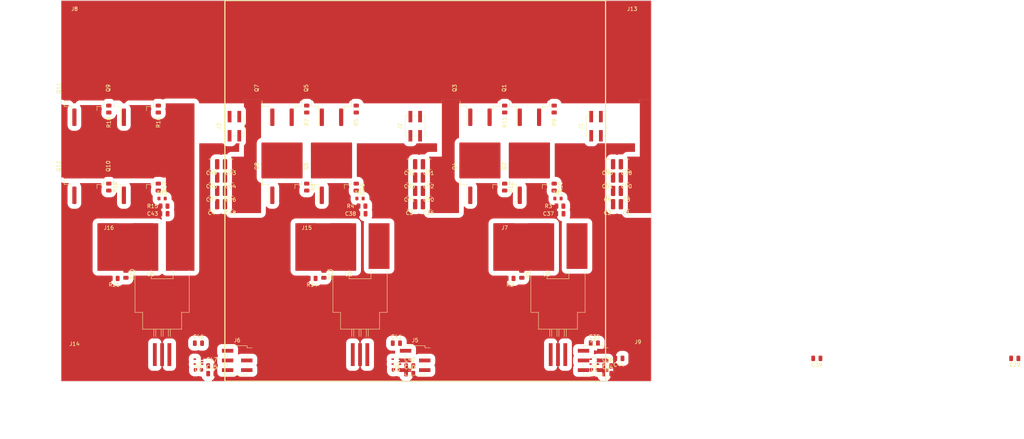
<source format=kicad_pcb>
(kicad_pcb (version 20221018) (generator pcbnew)
  (layers (0 "F.Cu" signal) (31 "B.Cu" signal) (34 "B.Paste" user) (35 "F.Paste" user) (36 "B.SilkS" user "B.Silkscreen") (37 "F.SilkS" user "F.Silkscreen") (38 "B.Mask" user) (39 "F.Mask" user) (44 "Edge.Cuts" user))
  (net 0 "")
  (net 1 "Net-(C1-Pad2)")
  (net 2 "Net-(C25-Pad2)")
  (net 3 "Net-(C8-Pad2)")
  (net 4 "Net-(C26-Pad2)")
  (net 5 "Net-(C28-Pad2)")
  (net 6 "Net-(C31-Pad2)")
  (net 7 "Net-(U3-VCC)")
  (net 8 "VSENSE1")
  (net 9 "-BATT")
  (net 10 "Net-(U1-S)")
  (net 11 "MOSTEMP1")
  (net 12 "MOSTEMP2")
  (net 13 "Net-(U2-VCC)")
  (net 14 "VSENSE2")
  (net 15 "Net-(U5-S)")
  (net 16 "Net-(U6-VCC)")
  (net 17 "Net-(U7-S)")
  (net 18 "+BATT")
  (net 19 "Net-(C33-Pad2)")
  (net 20 "Net-(C4-Pad1)")
  (net 21 "Net-(C50-Pad2)")
  (net 22 "Net-(C10-Pad2)")
  (net 23 "Net-(C52-Pad2)")
  (net 24 "Net-(C54-Pad2)")
  (net 25 "A")
  (net 26 "B")
  (net 27 "C")
  (net 28 "PH2")
  (net 29 "PHASE2")
  (net 30 "PL2")
  (net 31 "PH3")
  (net 32 "PHASE3")
  (net 33 "PL3")
  (net 34 "Net-(Q3-G)")
  (net 35 "PH1")
  (net 36 "PHASE1")
  (net 37 "PL1")
  (net 38 "Net-(Q1-G)")
  (net 39 "Net-(Q2-G)")
  (net 40 "Net-(Q4-G)")
  (net 41 "Net-(Q5-G)")
  (net 42 "Net-(Q7-G)")
  (net 43 "Net-(Q8-G)")
  (net 44 "Net-(Q9-G)")
  (net 45 "Net-(Q10-G)")
  (net 46 "Net-(Q6-G)")
  (net 47 "Net-(Q11-G)")
  (net 48 "Net-(Q12-G)")
  (net 49 "VSENSE3")
  (net 50 "SENS_FILTER_ENABLE1")
  (net 51 "MOSTEMP3")
  (net 52 "+3.3V")
  (net 53 "CURR3")
  (net 54 "CURR2")
  (net 55 "CURR1")
  (net 56 "SENS_FILTER_ENABLE2")
  (net 57 "SENS_FILTER_ENABLE3")
  (footprint "Capacitor_SMD:C_1210_3225Metric" (layer "F.Cu") (at 154.5 75 180)
    (fp_text reference "C11" (at 0 -2.3 180) (layer "F.SilkS"))
    (fp_text value "10u 100V")
    (pad "1" smd roundrect (at -1.475 0 180) (size 1.15 2.7) (layers "F.Cu" "F.Paste" "F.Mask") (roundrect_rratio 0.2173913043) (net 22 "Net-(C10-Pad2)"))
    (pad "2" smd roundrect (at 1.475 0 180) (size 1.15 2.7) (layers "F.Cu" "F.Paste" "F.Mask") (roundrect_rratio 0.2173913043) (net 9 "-BATT"))
  )
  (footprint "Package_TO_SOT_SMD:SOT-353_SC-70-5" (layer "F.Cu") (at 203.05 119.85 180)
    (fp_text reference "U1" (at 0 -2) (layer "F.SilkS"))
    (fp_text value "RS2166XC5")
    (pad "1" smd rect (at -0.95 -0.65 180) (size 0.65 0.4) (layers "F.Cu" "F.Paste" "F.Mask") (net 10 "Net-(U1-S)"))
    (pad "2" smd rect (at -0.95 0 180) (size 0.65 0.4) (layers "F.Cu" "F.Paste" "F.Mask") (net 9 "-BATT"))
    (pad "3" smd rect (at -0.95 0.65 180) (size 0.65 0.4) (layers "F.Cu" "F.Paste" "F.Mask") (net 9 "-BATT"))
    (pad "4" smd rect (at 0.95 0.65 180) (size 0.65 0.4) (layers "F.Cu" "F.Paste" "F.Mask") (net 50 "SENS_FILTER_ENABLE1"))
    (pad "5" smd rect (at 0.95 -0.65 180) (size 0.65 0.4) (layers "F.Cu" "F.Paste" "F.Mask") (net 52 "+3.3V"))
  )
  (footprint "Inductor_SMD:L_0603_1608Metric" (layer "F.Cu") (at 203.05 122)
    (fp_text reference "L1" (at 0 -1.43) (layer "F.SilkS"))
    (fp_text value "BLM18HE152SN1D")
    (pad "1" smd roundrect (at -0.7875 0) (size 0.875 0.95) (layers "F.Cu" "F.Paste" "F.Mask") (net 52 "+3.3V"))
    (pad "2" smd roundrect (at 0.7875 0) (size 0.875 0.95) (layers "F.Cu" "F.Paste" "F.Mask") (net 7 "Net-(U3-VCC)"))
  )
  (footprint "Capacitor_SMD:C_0805_2012Metric" (layer "F.Cu") (at 102.55 121)
    (fp_text reference "C47" (at 0 -1.68) (layer "F.SilkS"))
    (fp_text value "100nF")
    (pad "1" smd roundrect (at -0.95 0) (size 1 1.45) (layers "F.Cu" "F.Paste" "F.Mask") (net 52 "+3.3V"))
    (pad "2" smd roundrect (at 0.95 0) (size 1 1.45) (layers "F.Cu" "F.Paste" "F.Mask") (net 9 "-BATT"))
  )
  (footprint "Inductor_SMD:L_0603_1608Metric" (layer "F.Cu") (at 99.05 122)
    (fp_text reference "L3" (at 0 -1.43) (layer "F.SilkS"))
    (fp_text value "BLM18HE152SN1D")
    (pad "1" smd roundrect (at -0.7875 0) (size 0.875 0.95) (layers "F.Cu" "F.Paste" "F.Mask") (net 52 "+3.3V"))
    (pad "2" smd roundrect (at 0.7875 0) (size 0.875 0.95) (layers "F.Cu" "F.Paste" "F.Mask") (net 16 "Net-(U6-VCC)"))
  )
  (footprint "Resistor_SMD:R_0805_2012Metric" (layer "F.Cu") (at 192.5 53.5 -90)
    (fp_text reference "R9" (at 3.5 0 90) (layer "F.SilkS"))
    (fp_text value "2r2")
    (pad "1" smd roundrect (at -0.9125 0 270) (size 1.025 1.4) (layers "F.Cu" "F.Paste" "F.Mask") (roundrect_rratio 0.243902439) (net 35 "PH1"))
    (pad "2" smd roundrect (at 0.9125 0 270) (size 1.025 1.4) (layers "F.Cu" "F.Paste" "F.Mask") (roundrect_rratio 0.243902439) (net 38 "Net-(Q1-G)"))
  )
  (footprint "Capacitor_SMD:C_0805_2012Metric" (layer "F.Cu") (at 90 81 180)
    (fp_text reference "C43" (at 3 0) (layer "F.SilkS"))
    (fp_text value "1u")
    (pad "1" smd roundrect (at -0.95 0 180) (size 1 1.45) (layers "F.Cu" "F.Paste" "F.Mask") (net 51 "MOSTEMP3"))
    (pad "2" smd roundrect (at 0.95 0 180) (size 1 1.45) (layers "F.Cu" "F.Paste" "F.Mask") (net 9 "-BATT"))
  )
  (footprint "Capacitor_SMD:C_0805_2012Metric" (layer "F.Cu") (at 206.55 121)
    (fp_text reference "C36" (at 0 -1.68) (layer "F.SilkS"))
    (fp_text value "100nF")
    (pad "1" smd roundrect (at -0.95 0) (size 1 1.45) (layers "F.Cu" "F.Paste" "F.Mask") (net 52 "+3.3V"))
    (pad "2" smd roundrect (at 0.95 0) (size 1 1.45) (layers "F.Cu" "F.Paste" "F.Mask") (net 9 "-BATT"))
  )
  (footprint "GigaVescLibs:Allegro_CB_SMD" (layer "F.Cu") (at 141.5 103)
    (fp_text reference "U2" (at -3 -6.13125) (layer "F.SilkS"))
    (fp_text value "ACS773ECB-200B-PFF-T")
    (pad "1" smd rect (at -1.91 15.00625) (size 1 6) (layers "F.Cu" "F.Paste" "F.Mask") (net 13 "Net-(U2-VCC)"))
    (pad "2" smd rect (at 0 15.00625) (size 1 6) (layers "F.Cu" "F.Paste" "F.Mask") (net 9 "-BATT"))
    (pad "3" smd rect (at 1.91 15.00625) (size 1 6) (layers "F.Cu" "F.Paste" "F.Mask") (net 54 "CURR2"))
    (pad "4" smd rect (at 5 -13.50625) (size 5.5 12) (layers "F.Cu" "F.Paste" "F.Mask") (net 29 "PHASE2"))
    (pad "5" smd rect (at -5 -13.50625) (size 5.5 12) (layers "F.Cu" "F.Paste" "F.Mask") (net 26 "B"))
  )
  (footprint "GigaVescLibs:Allegro_CB_SMD" (layer "F.Cu") (at 193.5 103)
    (fp_text reference "U3" (at -3 -6.13125) (layer "F.SilkS"))
    (fp_text value "ACS773ECB-200B-PFF-T")
    (pad "1" smd rect (at -1.91 15.00625) (size 1 6) (layers "F.Cu" "F.Paste" "F.Mask") (net 7 "Net-(U3-VCC)"))
    (pad "2" smd rect (at 0 15.00625) (size 1 6) (layers "F.Cu" "F.Paste" "F.Mask") (net 9 "-BATT"))
    (pad "3" smd rect (at 1.91 15.00625) (size 1 6) (layers "F.Cu" "F.Paste" "F.Mask") (net 55 "CURR1"))
    (pad "4" smd rect (at 5 -13.50625) (size 5.5 12) (layers "F.Cu" "F.Paste" "F.Mask") (net 36 "PHASE1"))
    (pad "5" smd rect (at -5 -13.50625) (size 5.5 12) (layers "F.Cu" "F.Paste" "F.Mask") (net 25 "A"))
  )
  (footprint "Capacitor_SMD:C_0805_2012Metric" (layer "F.Cu") (at 154.55 121)
    (fp_text reference "C42" (at 0 -1.68) (layer "F.SilkS"))
    (fp_text value "100nF")
    (pad "1" smd roundrect (at -0.95 0) (size 1 1.45) (layers "F.Cu" "F.Paste" "F.Mask") (net 52 "+3.3V"))
    (pad "2" smd roundrect (at 0.95 0) (size 1 1.45) (layers "F.Cu" "F.Paste" "F.Mask") (net 9 "-BATT"))
  )
  (footprint "Capacitor_SMD:C_0805_2012Metric" (layer "F.Cu") (at 209.5 119 180)
    (fp_text reference "C44" (at 0 -1.68) (layer "F.SilkS"))
    (fp_text value "100nF")
    (pad "1" smd roundrect (at -0.95 0 180) (size 1 1.45) (layers "F.Cu" "F.Paste" "F.Mask") (net 52 "+3.3V"))
    (pad "2" smd roundrect (at 0.95 0 180) (size 1 1.45) (layers "F.Cu" "F.Paste" "F.Mask") (net 9 "-BATT"))
  )
  (footprint "GigaVescLibs:TO-263-3_TabPin2_NoLeg" (layer "F.Cu") (at 173 48 90)
    (fp_text reference "Q3" (at 0 -6.65 90) (layer "F.SilkS"))
    (fp_text value "IPB072N15N3G")
    (pad "1" smd roundrect (at -7.65 -2.54 90) (size 4.6 1.1) (layers "F.Cu" "F.Paste" "F.Mask") (roundrect_rratio 0.2272727273) (net 34 "Net-(Q3-G)"))
    (pad "2" smd roundrect (at -0.925 -2.775 90) (size 4.55 5.25) (layers "F.Cu" "F.Paste") (roundrect_rratio 0.05494505495) (net 18 "+BATT"))
    (pad "2" smd roundrect (at -0.925 2.775 90) (size 4.55 5.25) (layers "F.Cu" "F.Paste") (roundrect_rratio 0.05494505495) (net 18 "+BATT"))
    (pad "2" smd roundrect (at 1.5 0 90) (size 9.4 10.8) (layers "F.Cu" "F.Mask") (roundrect_rratio 0.02659595745) (net 18 "+BATT"))
    (pad "2" smd roundrect (at 3.925 -2.775 90) (size 4.55 5.25) (layers "F.Cu" "F.Paste") (roundrect_rratio 0.05494505495) (net 18 "+BATT"))
    (pad "2" smd roundrect (at 3.925 2.775 90) (size 4.55 5.25) (layers "F.Cu" "F.Paste") (roundrect_rratio 0.05494505495) (net 18 "+BATT"))
    (pad "3" smd roundrect (at -7.65 2.54 90) (size 4.6 1.1) (layers "F.Cu" "F.Paste" "F.Mask") (roundrect_rratio 0.2272727273) (net 36 "PHASE1"))
  )
  (footprint "Capacitor_SMD:C_1210_3225Metric" (layer "F.Cu") (at 211.5 71.5 180)
    (fp_text reference "C50" (at 0 -2.3 180) (layer "F.SilkS"))
    (fp_text value "10u 100V")
    (pad "1" smd roundrect (at -1.475 0 180) (size 1.15 2.7) (layers "F.Cu" "F.Paste" "F.Mask") (roundrect_rratio 0.2173913043) (net 18 "+BATT"))
    (pad "2" smd roundrect (at 1.475 0 180) (size 1.15 2.7) (layers "F.Cu" "F.Paste" "F.Mask") (roundrect_rratio 0.2173913043) (net 21 "Net-(C50-Pad2)"))
  )
  (footprint "Resistor_SMD:R_0805_2012Metric" (layer "F.Cu") (at 75.5 53.5 -90)
    (fp_text reference "R18" (at 3.5 0 90) (layer "F.SilkS"))
    (fp_text value "2r2")
    (pad "1" smd roundrect (at -0.9125 0 270) (size 1.025 1.4) (layers "F.Cu" "F.Paste" "F.Mask") (roundrect_rratio 0.243902439) (net 31 "PH3"))
    (pad "2" smd roundrect (at 0.9125 0 270) (size 1.025 1.4) (layers "F.Cu" "F.Paste" "F.Mask") (roundrect_rratio 0.243902439) (net 47 "Net-(Q11-G)"))
  )
  (footprint "Capacitor_SMD:C_1210_3225Metric" (layer "F.Cu") (at 159.5 75 180)
    (fp_text reference "C10" (at 0 -2.3 180) (layer "F.SilkS"))
    (fp_text value "10u 100V")
    (pad "1" smd roundrect (at -1.475 0 180) (size 1.15 2.7) (layers "F.Cu" "F.Paste" "F.Mask") (roundrect_rratio 0.2173913043) (net 18 "+BATT"))
    (pad "2" smd roundrect (at 1.475 0 180) (size 1.15 2.7) (layers "F.Cu" "F.Paste" "F.Mask") (roundrect_rratio 0.2173913043) (net 22 "Net-(C10-Pad2)"))
  )
  (footprint "Resistor_SMD:R_0805_2012Metric" (layer "F.Cu") (at 140.5 74 -90)
    (fp_text reference "R6" (at 0 -1.65 90) (layer "F.SilkS"))
    (fp_text value "2r2")
    (pad "1" smd roundrect (at -0.9125 0 270) (size 1.025 1.4) (layers "F.Cu" "F.Paste" "F.Mask") (roundrect_rratio 0.243902439) (net 30 "PL2"))
    (pad "2" smd roundrect (at 0.9125 0 270) (size 1.025 1.4) (layers "F.Cu" "F.Paste" "F.Mask") (roundrect_rratio 0.243902439) (net 46 "Net-(Q6-G)"))
  )
  (footprint "Capacitor_SMD:C_1210_3225Metric" (layer "F.Cu") (at 211.5 68 180)
    (fp_text reference "C28" (at 0 -2.3 180) (layer "F.SilkS"))
    (fp_text value "10u 100V")
    (pad "1" smd roundrect (at -1.475 0 180) (size 1.15 2.7) (layers "F.Cu" "F.Paste" "F.Mask") (roundrect_rratio 0.2173913043) (net 18 "+BATT"))
    (pad "2" smd roundrect (at 1.475 0 180) (size 1.15 2.7) (layers "F.Cu" "F.Paste" "F.Mask") (roundrect_rratio 0.2173913043) (net 5 "Net-(C28-Pad2)"))
  )
  (footprint "Capacitor_SMD:C_0805_2012Metric" (layer "F.Cu") (at 313.5 119 180)
    (fp_text reference "C29" (at 0 -1.68) (layer "F.SilkS"))
    (fp_text value "100nF")
    (pad "1" smd roundrect (at -0.95 0 180) (size 1 1.45) (layers "F.Cu" "F.Paste" "F.Mask") (net 52 "+3.3V"))
    (pad "2" smd roundrect (at 0.95 0 180) (size 1 1.45) (layers "F.Cu" "F.Paste" "F.Mask") (net 9 "-BATT"))
  )
  (footprint "Resistor_SMD:R_0805_2012Metric" (layer "F.Cu") (at 132 96.9125 -90)
    (fp_text reference "R13" (at 0 -1.65 90) (layer "F.SilkS"))
    (fp_text value "150k")
    (pad "1" smd roundrect (at -0.9125 0 270) (size 1.025 1.4) (layers "F.Cu" "F.Paste" "F.Mask") (roundrect_rratio 0.243902439) (net 26 "B"))
    (pad "2" smd roundrect (at 0.9125 0 270) (size 1.025 1.4) (layers "F.Cu" "F.Paste" "F.Mask") (roundrect_rratio 0.243902439) (net 14 "VSENSE2"))
  )
  (footprint "GigaVescLibs:Allegro_CB_SMD" (layer "F.Cu") (at 89.5 103)
    (fp_text reference "U6" (at -3 -6.13125) (layer "F.SilkS"))
    (fp_text value "ACS773ECB-200B-PFF-T")
    (pad "1" smd rect (at -1.91 15.00625) (size 1 6) (layers "F.Cu" "F.Paste" "F.Mask") (net 16 "Net-(U6-VCC)"))
    (pad "2" smd rect (at 0 15.00625) (size 1 6) (layers "F.Cu" "F.Paste" "F.Mask") (net 9 "-BATT"))
    (pad "3" smd rect (at 1.91 15.00625) (size 1 6) (layers "F.Cu" "F.Paste" "F.Mask") (net 53 "CURR3"))
    (pad "4" smd rect (at 5 -13.50625) (size 5.5 12) (layers "F.Cu" "F.Paste" "F.Mask") (net 32 "PHASE3"))
    (pad "5" smd rect (at -5 -13.50625) (size 5.5 12) (layers "F.Cu" "F.Paste" "F.Mask") (net 27 "C"))
  )
  (footprint "Connector_PinSocket_2.54mm:PinSocket_2x03_P2.54mm_Vertical_SMD" (layer "F.Cu") (at 155.98 119.54)
    (fp_text reference "J5" (at 0 -5.31) (layer "F.SilkS"))
    (fp_text value "PhaseConn2")
    (pad "1" smd rect locked (at 2.52 -2.54) (size 3 1) (layers "F.Cu" "F.Paste" "F.Mask") (net 9 "-BATT"))
    (pad "2" smd rect locked (at -2.52 -2.54) (size 3 1) (layers "F.Cu" "F.Paste" "F.Mask") (net 14 "VSENSE2"))
    (pad "3" smd rect locked (at 2.52 0) (size 3 1) (layers "F.Cu" "F.Paste" "F.Mask") (net 56 "SENS_FILTER_ENABLE2"))
    (pad "4" smd rect locked (at -2.52 0) (size 3 1) (layers "F.Cu" "F.Paste" "F.Mask") (net 12 "MOSTEMP2"))
    (pad "5" smd rect locked (at 2.52 2.54) (size 3 1) (layers "F.Cu" "F.Paste" "F.Mask") (net 52 "+3.3V"))
    (pad "6" smd rect locked (at -2.52 2.54) (size 3 1) (layers "F.Cu" "F.Paste" "F.Mask") (net 54 "CURR2"))
  )
  (footprint "Resistor_SMD:R_0805_2012Metric" (layer "F.Cu") (at 192.5 74 -90)
    (fp_text reference "R10" (at 0 -1.65 90) (layer "F.SilkS"))
    (fp_text value "2r2")
    (pad "1" smd roundrect (at -0.9125 0 270) (size 1.025 1.4) (layers "F.Cu" "F.Paste" "F.Mask") (roundrect_rratio 0.243902439) (net 37 "PL1"))
    (pad "2" smd roundrect (at 0.9125 0 270) (size 1.025 1.4) (layers "F.Cu" "F.Paste" "F.Mask") (roundrect_rratio 0.243902439) (net 39 "Net-(Q2-G)"))
  )
  (footprint "Resistor_SMD:R_0805_2012Metric" (layer "F.Cu") (at 127.5 74 -90)
    (fp_text reference "R8" (at 0 -1.65 90) (layer "F.SilkS"))
    (fp_text value "2r2")
    (pad "1" smd roundrect (at -0.9125 0 270) (size 1.025 1.4) (layers "F.Cu" "F.Paste" "F.Mask") (roundrect_rratio 0.243902439) (net 30 "PL2"))
    (pad "2" smd roundrect (at 0.9125 0 270) (size 1.025 1.4) (layers "F.Cu" "F.Paste" "F.Mask") (roundrect_rratio 0.243902439) (net 43 "Net-(Q8-G)"))
  )
  (footprint "GigaVescLibs:TO-263-3_TabPin2_NoLeg" (layer "F.Cu") (at 69 48 90)
    (fp_text reference "Q11" (at 0 -6.65 90) (layer "F.SilkS"))
    (fp_text value "IPB072N15N3G")
    (pad "1" smd roundrect (at -7.65 -2.54 90) (size 4.6 1.1) (layers "F.Cu" "F.Paste" "F.Mask") (roundrect_rratio 0.2272727273) (net 47 "Net-(Q11-G)"))
    (pad "2" smd roundrect (at -0.925 -2.775 90) (size 4.55 5.25) (layers "F.Cu" "F.Paste") (roundrect_rratio 0.05494505495) (net 18 "+BATT"))
    (pad "2" smd roundrect (at -0.925 2.775 90) (size 4.55 5.25) (layers "F.Cu" "F.Paste") (roundrect_rratio 0.05494505495) (net 18 "+BATT"))
    (pad "2" smd roundrect (at 1.5 0 90) (size 9.4 10.8) (layers "F.Cu" "F.Mask") (roundrect_rratio 0.02659595745) (net 18 "+BATT"))
    (pad "2" smd roundrect (at 3.925 -2.775 90) (size 4.55 5.25) (layers "F.Cu" "F.Paste") (roundrect_rratio 0.05494505495) (net 18 "+BATT"))
    (pad "2" smd roundrect (at 3.925 2.775 90) (size 4.55 5.25) (layers "F.Cu" "F.Paste") (roundrect_rratio 0.05494505495) (net 18 "+BATT"))
    (pad "3" smd roundrect (at -7.65 2.54 90) (size 4.6 1.1) (layers "F.Cu" "F.Paste" "F.Mask") (roundrect_rratio 0.2272727273) (net 32 "PHASE3"))
  )
  (footprint "GigaVescLibs:TO-263-3_TabPin2_NoLeg" (layer "F.Cu") (at 121 48 90)
    (fp_text reference "Q7" (at 0 -6.65 90) (layer "F.SilkS"))
    (fp_text value "IPB072N15N3G")
    (pad "1" smd roundrect (at -7.65 -2.54 90) (size 4.6 1.1) (layers "F.Cu" "F.Paste" "F.Mask") (roundrect_rratio 0.2272727273) (net 42 "Net-(Q7-G)"))
    (pad "2" smd roundrect (at -0.925 -2.775 90) (size 4.55 5.25) (layers "F.Cu" "F.Paste") (roundrect_rratio 0.05494505495) (net 18 "+BATT"))
    (pad "2" smd roundrect (at -0.925 2.775 90) (size 4.55 5.25) (layers "F.Cu" "F.Paste") (roundrect_rratio 0.05494505495) (net 18 "+BATT"))
    (pad "2" smd roundrect (at 1.5 0 90) (size 9.4 10.8) (layers "F.Cu" "F.Mask") (roundrect_rratio 0.02659595745) (net 18 "+BATT"))
    (pad "2" smd roundrect (at 3.925 -2.775 90) (size 4.55 5.25) (layers "F.Cu" "F.Paste") (roundrect_rratio 0.05494505495) (net 18 "+BATT"))
    (pad "2" smd roundrect (at 3.925 2.775 90) (size 4.55 5.25) (layers "F.Cu" "F.Paste") (roundrect_rratio 0.05494505495) (net 18 "+BATT"))
    (pad "3" smd roundrect (at -7.65 2.54 90) (size 4.6 1.1) (layers "F.Cu" "F.Paste" "F.Mask") (roundrect_rratio 0.2272727273) (net 29 "PHASE2"))
  )
  (footprint "Capacitor_SMD:C_0805_2012Metric" (layer "F.Cu") (at 102.55 123)
    (fp_text reference "C45" (at 0 -1.68) (layer "F.SilkS"))
    (fp_text value "2.2u")
    (pad "1" smd roundrect (at -0.95 0) (size 1 1.45) (layers "F.Cu" "F.Paste" "F.Mask") (net 16 "Net-(U6-VCC)"))
    (pad "2" smd roundrect (at 0.95 0) (size 1 1.45) (layers "F.Cu" "F.Paste" "F.Mask") (net 9 "-BATT"))
  )
  (footprint "Resistor_SMD:R_0805_2012Metric" (layer "F.Cu") (at 179.5 53.5 -90)
    (fp_text reference "R11" (at 3.5 0 90) (layer "F.SilkS"))
    (fp_text value "2r2")
    (pad "1" smd roundrect (at -0.9125 0 270) (size 1.025 1.4) (layers "F.Cu" "F.Paste" "F.Mask") (roundrect_rratio 0.243902439) (net 35 "PH1"))
    (pad "2" smd roundrect (at 0.9125 0 270) (size 1.025 1.4) (layers "F.Cu" "F.Paste" "F.Mask") (roundrect_rratio 0.243902439) (net 34 "Net-(Q3-G)"))
  )
  (footprint "Capacitor_SMD:C_1210_3225Metric" (layer "F.Cu") (at 206.5 78.5 180)
    (fp_text reference "C2" (at 0 -2.3 180) (layer "F.SilkS"))
    (fp_text value "10u 100V")
    (pad "1" smd roundrect (at -1.475 0 180) (size 1.15 2.7) (layers "F.Cu" "F.Paste" "F.Mask") (roundrect_rratio 0.2173913043) (net 1 "Net-(C1-Pad2)"))
    (pad "2" smd roundrect (at 1.475 0 180) (size 1.15 2.7) (layers "F.Cu" "F.Paste" "F.Mask") (roundrect_rratio 0.2173913043) (net 9 "-BATT"))
  )
  (footprint "Resistor_SMD:R_0603_1608Metric" (layer "F.Cu") (at 193.5 77)
    (fp_text reference "TH1" (at 0 -1.43) (layer "F.SilkS"))
    (fp_text value "NCP18XH103F03RB")
    (pad "1" smd roundrect (at -0.825 0) (size 0.8 0.95) (layers "F.Cu" "F.Paste" "F.Mask") (net 52 "+3.3V"))
    (pad "2" smd roundrect (at 0.825 0) (size 0.8 0.95) (layers "F.Cu" "F.Paste" "F.Mask") (net 11 "MOSTEMP1"))
  )
  (footprint "Connector_Wire:SolderWirePad_1x01_SMD_5x10mm" (layer "F.Cu") (at 213 31)
    (fp_text reference "J13" (at 0 -3.81) (layer "F.SilkS"))
    (fp_text value "BATT+Conn2")
    (pad "1" smd rect (at 0 0) (size 5 10) (layers "F.Cu" "F.Paste" "F.Mask") (net 18 "+BATT"))
  )
  (footprint "Connector_Wire:SolderWirePad_1x01_SMD_5x10mm" (layer "F.Cu") (at 214.5 118.5)
    (fp_text reference "J9" (at 0 -3.81) (layer "F.SilkS"))
    (fp_text value "BATT-Conn1")
    (pad "1" smd rect (at 0 0) (size 5 10) (layers "F.Cu" "F.Paste" "F.Mask") (net 9 "-BATT"))
  )
  (footprint "Capacitor_SMD:C_1210_3225Metric" (layer "F.Cu") (at 102.5 75 180)
    (fp_text reference "C27" (at 0 -2.3 180) (layer "F.SilkS"))
    (fp_text value "10u 100V")
    (pad "1" smd roundrect (at -1.475 0 180) (size 1.15 2.7) (layers "F.Cu" "F.Paste" "F.Mask") (roundrect_rratio 0.2173913043) (net 4 "Net-(C26-Pad2)"))
    (pad "2" smd roundrect (at 1.475 0 180) (size 1.15 2.7) (layers "F.Cu" "F.Paste" "F.Mask") (roundrect_rratio 0.2173913043) (net 9 "-BATT"))
  )
  (footprint "Capacitor_SMD:C_0805_2012Metric" (layer "F.Cu") (at 261.5 119 180)
    (fp_text reference "C39" (at 0 -1.68) (layer "F.SilkS"))
    (fp_text value "100nF")
    (pad "1" smd roundrect (at -0.95 0 180) (size 1 1.45) (layers "F.Cu" "F.Paste" "F.Mask") (net 52 "+3.3V"))
    (pad "2" smd roundrect (at 0.95 0 180) (size 1 1.45) (layers "F.Cu" "F.Paste" "F.Mask") (net 9 "-BATT"))
  )
  (footprint "Connector_PinSocket_2.54mm:PinSocket_2x02_P2.54mm_Vertical_SMD" (layer "F.Cu") (at 156 58 90)
    (fp_text reference "J2" (at 0 -4.04 90) (layer "F.SilkS"))
    (fp_text value "DRIVER2")
    (pad "1" smd rect locked (at 2.52 -1.27 90) (size 3 1) (layers "F.Cu" "F.Paste" "F.Mask") (net 28 "PH2"))
    (pad "2" smd rect locked (at -2.52 -1.27 90) (size 3 1) (layers "F.Cu" "F.Paste" "F.Mask") (net 30 "PL2"))
    (pad "3" smd rect locked (at 2.52 1.27 90) (size 3 1) (layers "F.Cu" "F.Paste" "F.Mask") (net 29 "PHASE2"))
    (pad "4" smd rect locked (at -2.52 1.27 90) (size 3 1) (layers "F.Cu" "F.Paste" "F.Mask") (net 9 "-BATT"))
  )
  (footprint "Connector_PinSocket_2.54mm:PinSocket_2x03_P2.54mm_Vertical_SMD" (layer "F.Cu") (at 109.23 119.54)
    (fp_text reference "J6" (at 0 -5.31) (layer "F.SilkS"))
    (fp_text value "PhaseConn3")
    (pad "1" smd rect locked (at 2.52 -2.54) (size 3 1) (layers "F.Cu" "F.Paste" "F.Mask") (net 9 "-BATT"))
    (pad "2" smd rect locked (at -2.52 -2.54) (size 3 1) (layers "F.Cu" "F.Paste" "F.Mask") (net 49 "VSENSE3"))
    (pad "3" smd rect locked (at 2.52 0) (size 3 1) (layers "F.Cu" "F.Paste" "F.Mask") (net 57 "SENS_FILTER_ENABLE3"))
    (pad "4" smd rect locked (at -2.52 0) (size 3 1) (layers "F.Cu" "F.Paste" "F.Mask") (net 51 "MOSTEMP3"))
    (pad "5" smd rect locked (at 2.52 2.54) (size 3 1) (layers "F.Cu" "F.Paste" "F.Mask") (net 52 "+3.3V"))
    (pad "6" smd rect locked (at -2.52 2.54) (size 3 1) (layers "F.Cu" "F.Paste" "F.Mask") (net 53 "CURR3"))
  )
  (footprint "Capacitor_SMD:C_1210_3225Metric" (layer "F.Cu") (at 154.5 68 180)
    (fp_text reference "C32" (at 0 -2.3 180) (layer "F.SilkS"))
    (fp_text value "10u 100V")
    (pad "1" smd roundrect (at -1.475 0 180) (size 1.15 2.7) (layers "F.Cu" "F.Paste" "F.Mask") (roundrect_rratio 0.2173913043) (net 6 "Net-(C31-Pad2)"))
    (pad "2" smd roundrect (at 1.475 0 180) (size 1.15 2.7) (layers "F.Cu" "F.Paste" "F.Mask") (roundrect_rratio 0.2173913043) (net 9 "-BATT"))
  )
  (footprint "Package_TO_SOT_SMD:SOT-353_SC-70-5" (layer "F.Cu") (at 151.05 119.85 180)
    (fp_text reference "U5" (at 0 -2) (layer "F.SilkS"))
    (fp_text value "RS2166XC5")
    (pad "1" smd rect (at -0.95 -0.65 180) (size 0.65 0.4) (layers "F.Cu" "F.Paste" "F.Mask") (net 15 "Net-(U5-S)"))
    (pad "2" smd rect (at -0.95 0 180) (size 0.65 0.4) (layers "F.Cu" "F.Paste" "F.Mask") (net 9 "-BATT"))
    (pad "3" smd rect (at -0.95 0.65 180) (size 0.65 0.4) (layers "F.Cu" "F.Paste" "F.Mask") (net 9 "-BATT"))
    (pad "4" smd rect (at 0.95 0.65 180) (size 0.65 0.4) (layers "F.Cu" "F.Paste" "F.Mask") (net 56 "SENS_FILTER_ENABLE2"))
    (pad "5" smd rect (at 0.95 -0.65 180) (size 0.65 0.4) (layers "F.Cu" "F.Paste" "F.Mask") (net 52 "+3.3V"))
  )
  (footprint "Resistor_SMD:R_0805_2012Metric" (layer "F.Cu") (at 80 96.9125 -90)
    (fp_text reference "R20" (at 0 -1.65 90) (layer "F.SilkS"))
    (fp_text value "150k")
    (pad "1" smd roundrect (at -0.9125 0 270) (size 1.025 1.4) (layers "F.Cu" "F.Paste" "F.Mask") (roundrect_rratio 0.243902439) (net 27 "C"))
    (pad "2" smd roundrect (at 0.9125 0 270) (size 1.025 1.4) (layers "F.Cu" "F.Paste" "F.Mask") (roundrect_rratio 0.243902439) (net 49 "VSENSE3"))
  )
  (footprint "GigaVescLibs:TO-263-3_TabPin2_NoLeg" (layer "F.Cu") (at 134 68.5 90)
    (fp_text reference "Q6" (at 0 -6.65 90) (layer "F.SilkS"))
    (fp_text value "IPB072N15N3G")
    (pad "1" smd roundrect (at -7.65 -2.54 90) (size 4.6 1.1) (layers "F.Cu" "F.Paste" "F.Mask") (roundrect_rratio 0.2272727273) (net 46 "Net-(Q6-G)"))
    (pad "2" smd roundrect (at -0.925 -2.775 90) (size 4.55 5.25) (layers "F.Cu" "F.Paste") (roundrect_rratio 0.05494505495) (net 29 "PHASE2"))
    (pad "2" smd roundrect (at -0.925 2.775 90) (size 4.55 5.25) (layers "F.Cu" "F.Paste") (roundrect_rratio 0.05494505495) (net 29 "PHASE2"))
    (pad "2" smd roundrect (at 1.5 0 90) (size 9.4 10.8) (layers "F.Cu" "F.Mask") (roundrect_rratio 0.02659595745) (net 29 "PHASE2"))
    (pad "2" smd roundrect (at 3.925 -2.775 90) (size 4.55 5.25) (layers "F.Cu" "F.Paste") (roundrect_rratio 0.05494505495) (net 29 "PHASE2"))
    (pad "2" smd roundrect (at 3.925 2.775 90) (size 4.55 5.25) (layers "F.Cu" "F.Paste") (roundrect_rratio 0.05494505495) (net 29 "PHASE2"))
    (pad "3" smd roundrect (at -7.65 2.54 90) (size 4.6 1.1) (layers "F.Cu" "F.Paste" "F.Mask") (roundrect_rratio 0.2272727273) (net 9 "-BATT"))
  )
  (footprint "GigaVescLibs:TO-263-3_TabPin2_NoLeg" (layer "F.Cu") (at 173 68.5 90)
    (fp_text reference "Q4" (at 0 -6.65 90) (layer "F.SilkS"))
    (fp_text value "IPB072N15N3G")
    (pad "1" smd roundrect (at -7.65 -2.54 90) (size 4.6 1.1) (layers "F.Cu" "F.Paste" "F.Mask") (roundrect_rratio 0.2272727273) (net 40 "Net-(Q4-G)"))
    (pad "2" smd roundrect (at -0.925 -2.775 90) (size 4.55 5.25) (layers "F.Cu" "F.Paste") (roundrect_rratio 0.05494505495) (net 36 "PHASE1"))
    (pad "2" smd roundrect (at -0.925 2.775 90) (size 4.55 5.25) (layers "F.Cu" "F.Paste") (roundrect_rratio 0.05494505495) (net 36 "PHASE1"))
    (pad "2" smd roundrect (at 1.5 0 90) (size 9.4 10.8) (layers "F.Cu" "F.Mask") (roundrect_rratio 0.02659595745) (net 36 "PHASE1"))
    (pad "2" smd roundrect (at 3.925 -2.775 90) (size 4.55 5.25) (layers "F.Cu" "F.Paste") (roundrect_rratio 0.05494505495) (net 36 "PHASE1"))
    (pad "2" smd roundrect (at 3.925 2.775 90) (size 4.55 5.25) (layers "F.Cu" "F.Paste") (roundrect_rratio 0.05494505495) (net 36 "PHASE1"))
    (pad "3" smd roundrect (at -7.65 2.54 90) (size 4.6 1.1) (layers "F.Cu" "F.Paste" "F.Mask") (roundrect_rratio 0.2272727273) (net 9 "-BATT"))
  )
  (footprint "Capacitor_SMD:C_0805_2012Metric" (layer "F.Cu") (at 99.05 115)
    (fp_text reference "C46" (at 0 -1.68) (layer "F.SilkS"))
    (fp_text value "100nF")
    (pad "1" smd roundrect (at -0.95 0) (size 1 1.45) (layers "F.Cu" "F.Paste" "F.Mask") (net 49 "VSENSE3"))
    (pad "2" smd roundrect (at 0.95 0) (size 1 1.45) (layers "F.Cu" "F.Paste" "F.Mask") (net 17 "Net-(U7-S)"))
  )
  (footprint "Capacitor_SMD:C_1210_3225Metric" (layer "F.Cu") (at 102.5 68 180)
    (fp_text reference "C49" (at 0 -2.3 180) (layer "F.SilkS"))
    (fp_text value "10u 100V")
    (pad "1" smd roundrect (at -1.475 0 180) (size 1.15 2.7) (layers "F.Cu" "F.Paste" "F.Mask") (roundrect_rratio 0.2173913043) (net 19 "Net-(C33-Pad2)"))
    (pad "2" smd roundrect (at 1.475 0 180) (size 1.15 2.7) (layers "F.Cu" "F.Paste" "F.Mask") (roundrect_rratio 0.2173913043) (net 9 "-BATT"))
  )
  (footprint "GigaVescLibs:TO-263-3_TabPin2_NoLeg" (layer "F.Cu") (at 121 68.5 90)
    (fp_text reference "Q8" (at 0 -6.65 90) (layer "F.SilkS"))
    (fp_text value "IPB072N15N3G")
    (pad "1" smd roundrect (at -7.65 -2.54 90) (size 4.6 1.1) (layers "F.Cu" "F.Paste" "F.Mask") (roundrect_rratio 0.2272727273) (net 43 "Net-(Q8-G)"))
    (pad "2" smd roundrect (at -0.925 -2.775 90) (size 4.55 5.25) (layers "F.Cu" "F.Paste") (roundrect_rratio 0.05494505495) (net 29 "PHASE2"))
    (pad "2" smd roundrect (at -0.925 2.775 90) (size 4.55 5.25) (layers "F.Cu" "F.Paste") (roundrect_rratio 0.05494505495) (net 29 "PHASE2"))
    (pad "2" smd roundrect (at 1.5 0 90) (size 9.4 10.8) (layers "F.Cu" "F.Mask") (roundrect_rratio 0.02659595745) (net 29 "PHASE2"))
    (pad "2" smd roundrect (at 3.925 -2.775 90) (size 4.55 5.25) (layers "F.Cu" "F.Paste") (roundrect_rratio 0.05494505495) (net 29 "PHASE2"))
    (pad "2" smd roundrect (at 3.925 2.775 90) (size 4.55 5.25) (layers "F.Cu" "F.Paste") (roundrect_rratio 0.05494505495) (net 29 "PHASE2"))
    (pad "3" smd roundrect (at -7.65 2.54 90) (size 4.6 1.1) (layers "F.Cu" "F.Paste" "F.Mask") (roundrect_rratio 0.2272727273) (net 9 "-BATT"))
  )
  (footprint "Resistor_SMD:R_0805_2012Metric" (layer "F.Cu") (at 142 79 180)
    (fp_text reference "R4" (at 3 0) (layer "F.SilkS"))
    (fp_text value "10k")
    (pad "1" smd roundrect (at -0.9125 0 180) (size 1.025 1.4) (layers "F.Cu" "F.Paste" "F.Mask") (roundrect_rratio 0.243902439) (net 12 "MOSTEMP2"))
    (pad "2" smd roundrect (at 0.9125 0 180) (size 1.025 1.4) (layers "F.Cu" "F.Paste" "F.Mask") (roundrect_rratio 0.243902439) (net 9 "-BATT"))
  )
  (footprint "GigaVescLibs:TO-263-3_TabPin2_NoLeg" (layer "F.Cu") (at 69 68.5 90)
    (fp_text reference "Q12" (at 0 -6.65 90) (layer "F.SilkS"))
    (fp_text value "IPB072N15N3G")
    (pad "1" smd roundrect (at -7.65 -2.54 90) (size 4.6 1.1) (layers "F.Cu" "F.Paste" "F.Mask") (roundrect_rratio 0.2272727273) (net 48 "Net-(Q12-G)"))
    (pad "2" smd roundrect (at -0.925 -2.775 90) (size 4.55 5.25) (layers "F.Cu" "F.Paste") (roundrect_rratio 0.05494505495) (net 32 "PHASE3"))
    (pad "2" smd roundrect (at -0.925 2.775 90) (size 4.55 5.25) (layers "F.Cu" "F.Paste") (roundrect_rratio 0.05494505495) (net 32 "PHASE3"))
    (pad "2" smd roundrect (at 1.5 0 90) (size 9.4 10.8) (layers "F.Cu" "F.Mask") (roundrect_rratio 0.02659595745) (net 32 "PHASE3"))
    (pad "2" smd roundrect (at 3.925 -2.775 90) (size 4.55 5.25) (layers "F.Cu" "F.Paste") (roundrect_rratio 0.05494505495) (net 32 "PHASE3"))
    (pad "2" smd roundrect (at 3.925 2.775 90) (size 4.55 5.25) (layers "F.Cu" "F.Paste") (roundrect_rratio 0.05494505495) (net 32 "PHASE3"))
    (pad "3" smd roundrect (at -7.65 2.54 90) (size 4.6 1.1) (layers "F.Cu" "F.Paste" "F.Mask") (roundrect_rratio 0.2272727273) (net 9 "-BATT"))
  )
  (footprint "Inductor_SMD:L_0603_1608Metric" (layer "F.Cu") (at 151.05 122)
    (fp_text reference "L2" (at 0 -1.43) (layer "F.SilkS"))
    (fp_text value "BLM18HE152SN1D")
    (pad "1" smd roundrect (at -0.7875 0) (size 0.875 0.95) (layers "F.Cu" "F.Paste" "F.Mask") (net 52 "+3.3V"))
    (pad "2" smd roundrect (at 0.7875 0) (size 0.875 0.95) (layers "F.Cu" "F.Paste" "F.Mask") (net 13 "Net-(U2-VCC)"))
  )
  (footprint "Resistor_SMD:R_0805_2012Metric" (layer "F.Cu") (at 128.9125 98 180)
    (fp_text reference "R14" (at 0 -1.65) (layer "F.SilkS"))
    (fp_text value "2.7k")
    (pad "1" smd roundrect (at -0.9125 0 180) (size 1.025 1.4) (layers "F.Cu" "F.Paste" "F.Mask") (roundrect_rratio 0.243902439) (net 14 "VSENSE2"))
    (pad "2" smd roundrect (at 0.9125 0 180) (size 1.025 1.4) (layers "F.Cu" "F.Paste" "F.Mask") (roundrect_rratio 0.243902439) (net 9 "-BATT"))
  )
  (footprint "Capacitor_SMD:C_1210_3225Metric" (layer "F.Cu") (at 159.5 71.5 180)
    (fp_text reference "C52" (at 0 -2.3 180) (layer "F.SilkS"))
    (fp_text value "10u 100V")
    (pad "1" smd roundrect (at -1.475 0 180) (size 1.15 2.7) (layers "F.Cu" "F.Paste" "F.Mask") (roundrect_rratio 0.2173913043) (net 18 "+BATT"))
    (pad "2" smd roundrect (at 1.475 0 180) (size 1.15 2.7) (layers "F.Cu" "F.Paste" "F.Mask") (roundrect_rratio 0.2173913043) (net 23 "Net-(C52-Pad2)"))
  )
  (footprint "Connector_PinSocket_2.54mm:PinSocket_2x02_P2.54mm_Vertical_SMD" (layer "F.Cu") (at 203.5 58 90)
    (fp_text reference "J1" (at 0 -4.04 90) (layer "F.SilkS"))
    (fp_text value "DRIVER1")
    (pad "1" smd rect locked (at 2.52 -1.27 90) (size 3 1) (layers "F.Cu" "F.Paste" "F.Mask") (net 35 "PH1"))
    (pad "2" smd rect locked (at -2.52 -1.27 90) (size 3 1) (layers "F.Cu" "F.Paste" "F.Mask") (net 37 "PL1"))
    (pad "3" smd rect locked (at 2.52 1.27 90) (size 3 1) (layers "F.Cu" "F.Paste" "F.Mask") (net 36 "PHASE1"))
    (pad "4" smd rect locked (at -2.52 1.27 90) (size 3 1) (layers "F.Cu" "F.Paste" "F.Mask") (net 9 "-BATT"))
  )
  (footprint "GigaVescLibs:TO-263-3_TabPin2_NoLeg" (layer "F.Cu") (at 186 68.5 90)
    (fp_text reference "Q2" (at 0 -6.65 90) (layer "F.SilkS"))
    (fp_text value "IPB072N15N3G")
    (pad "1" smd roundrect (at -7.65 -2.54 90) (size 4.6 1.1) (layers "F.Cu" "F.Paste" "F.Mask") (roundrect_rratio 0.2272727273) (net 39 "Net-(Q2-G)"))
    (pad "2" smd roundrect (at -0.925 -2.775 90) (size 4.55 5.25) (layers "F.Cu" "F.Paste") (roundrect_rratio 0.05494505495) (net 36 "PHASE1"))
    (pad "2" smd roundrect (at -0.925 2.775 90) (size 4.55 5.25) (layers "F.Cu" "F.Paste") (roundrect_rratio 0.05494505495) (net 36 "PHASE1"))
    (pad "2" smd roundrect (at 1.5 0 90) (size 9.4 10.8) (layers "F.Cu" "F.Mask") (roundrect_rratio 0.02659595745) (net 36 "PHASE1"))
    (pad "2" smd roundrect (at 3.925 -2.775 90) (size 4.55 5.25) (layers "F.Cu" "F.Paste") (roundrect_rratio 0.05494505495) (net 36 "PHASE1"))
    (pad "2" smd roundrect (at 3.925 2.775 90) (size 4.55 5.25) (layers "F.Cu" "F.Paste") (roundrect_rratio 0.05494505495) (net 36 "PHASE1"))
    (pad "3" smd roundrect (at -7.65 2.54 90) (size 4.6 1.1) (layers "F.Cu" "F.Paste" "F.Mask") (roundrect_rratio 0.2272727273) (net 9 "-BATT"))
  )
  (footprint "Capacitor_SMD:C_0805_2012Metric" (layer "F.Cu") (at 142 81 180)
    (fp_text reference "C38" (at 3 0) (layer "F.SilkS"))
    (fp_text value "1u")
    (pad "1" smd roundrect (at -0.95 0 180) (size 1 1.45) (layers "F.Cu" "F.Paste" "F.Mask") (net 12 "MOSTEMP2"))
    (pad "2" smd roundrect (at 0.95 0 180) (size 1 1.45) (layers "F.Cu" "F.Paste" "F.Mask") (net 9 "-BATT"))
  )
  (footprint "Capacitor_SMD:C_1210_3225Metric" (layer "F.Cu") (at 206.5 75 180)
    (fp_text reference "C9" (at 0 -2.3 180) (layer "F.SilkS"))
    (fp_text value "10u 100V")
    (pad "1" smd roundrect (at -1.475 0 180) (size 1.15 2.7) (layers "F.Cu" "F.Paste" "F.Mask") (roundrect_rratio 0.2173913043) (net 3 "Net-(C8-Pad2)"))
    (pad "2" smd roundrect (at 1.475 0 180) (size 1.15 2.7) (layers "F.Cu" "F.Paste" "F.Mask") (roundrect_rratio 0.2173913043) (net 9 "-BATT"))
  )
  (footprint "Resistor_SMD:R_0603_1608Metric" (layer "F.Cu") (at 141.5 77)
    (fp_text reference "TH2" (at 0 -1.43) (layer "F.SilkS"))
    (fp_text value "NCP18XH103F03RB")
    (pad "1" smd roundrect (at -0.825 0) (size 0.8 0.95) (layers "F.Cu" "F.Paste" "F.Mask") (net 52 "+3.3V"))
    (pad "2" smd roundrect (at 0.825 0) (size 0.8 0.95) (layers "F.Cu" "F.Paste" "F.Mask") (net 12 "MOSTEMP2"))
  )
  (footprint "Capacitor_SMD:C_1210_3225Metric" (layer "F.Cu") (at 107.5 78.5 180)
    (fp_text reference "C48" (at 0 -2.3 180) (layer "F.SilkS"))
    (fp_text value "10u 100V")
    (pad "1" smd roundrect (at -1.475 0 180) (size 1.15 2.7) (layers "F.Cu" "F.Paste" "F.Mask") (roundrect_rratio 0.2173913043) (net 18 "+BATT"))
    (pad "2" smd roundrect (at 1.475 0 180) (size 1.15 2.7) (layers "F.Cu" "F.Paste" "F.Mask") (roundrect_rratio 0.2173913043) (net 20 "Net-(C4-Pad1)"))
  )
  (footprint "Capacitor_SMD:C_0805_2012Metric" (layer "F.Cu") (at 194 81 180)
    (fp_text reference "C37" (at 3 0) (layer "F.SilkS"))
    (fp_text value "1u")
    (pad "1" smd roundrect (at -0.95 0 180) (size 1 1.45) (layers "F.Cu" "F.Paste" "F.Mask") (net 11 "MOSTEMP1"))
    (pad "2" smd roundrect (at 0.95 0 180) (size 1 1.45) (layers "F.Cu" "F.Paste" "F.Mask") (net 9 "-BATT"))
  )
  (footprint "Capacitor_SMD:C_0805_2012Metric" (layer "F.Cu") (at 203.05 115)
    (fp_text reference "C35" (at 0 -1.68) (layer "F.SilkS"))
    (fp_text value "100nF")
    (pad "1" smd roundrect (at -0.95 0) (size 1 1.45) (layers "F.Cu" "F.Paste" "F.Mask") (net 8 "VSENSE1"))
    (pad "2" smd roundrect (at 0.95 0) (size 1 1.45) (layers "F.Cu" "F.Paste" "F.Mask") (net 10 "Net-(U1-S)"))
  )
  (footprint "Connector_Wire:SolderWirePad_1x01_SMD_5x10mm" (layer "F.Cu") (at 127.5 88.5)
    (fp_text reference "J15" (at 0 -3.81) (layer "F.SilkS"))
    (fp_text value "PHASE_PAD")
    (pad "1" smd rect (at 0 0) (size 5 10) (layers "F.Cu" "F.Paste" "F.Mask") (net 26 "B"))
  )
  (footprint "Resistor_SMD:R_0805_2012Metric" (layer "F.Cu") (at 88.5 74 -90)
    (fp_text reference "R17" (at 0 -1.65 90) (layer "F.SilkS"))
    (fp_text value "2r2")
    (pad "1" smd roundrect (at -0.9125 0 270) (size 1.025 1.4) (layers "F.Cu" "F.Paste" "F.Mask") (roundrect_rratio 0.243902439) (net 33 "PL3"))
    (pad "2" smd roundrect (at 0.9125 0 270) (size 1.025 1.4) (layers "F.Cu" "F.Paste" "F.Mask") (roundrect_rratio 0.243902439) (net 45 "Net-(Q10-G)"))
  )
  (footprint "Connector_PinSocket_2.54mm:PinSocket_2x03_P2.54mm_Vertical_SMD" (layer "F.Cu") (at 202.73 119.54)
    (fp_text reference "J4" (at 0 -5.31) (layer "F.SilkS"))
    (fp_text value "PhaseConn1")
    (pad "1" smd rect locked (at 2.52 -2.54) (size 3 1) (layers "F.Cu" "F.Paste" "F.Mask") (net 9 "-BATT"))
    (pad "2" smd rect locked (at -2.52 -2.54) (size 3 1) (layers "F.Cu" "F.Paste" "F.Mask") (net 8 "VSENSE1"))
    (pad "3" smd rect locked (at 2.52 0) (size 3 1) (layers "F.Cu" "F.Paste" "F.Mask") (net 50 "SENS_FILTER_ENABLE1"))
    (pad "4" smd rect locked (at -2.52 0) (size 3 1) (layers "F.Cu" "F.Paste" "F.Mask") (net 11 "MOSTEMP1"))
    (pad "5" smd rect locked (at 2.52 2.54) (size 3 1) (layers "F.Cu" "F.Paste" "F.Mask") (net 52 "+3.3V"))
    (pad "6" smd rect locked (at -2.52 2.54) (size 3 1) (layers "F.Cu" "F.Paste" "F.Mask") (net 55 "CURR1"))
  )
  (footprint "Connector_Wire:SolderWirePad_1x01_SMD_5x10mm" (layer "F.Cu") (at 66.5 119)
    (fp_text reference "J14" (at 0 -3.81) (layer "F.SilkS"))
    (fp_text value "BATT-Conn2")
    (pad "1" smd rect (at 0 0) (size 5 10) (layers "F.Cu" "F.Paste" "F.Mask") (net 9 "-BATT"))
  )
  (footprint "Capacitor_SMD:C_1210_3225Metric" (layer "F.Cu") (at 159.5 78.5 180)
    (fp_text reference "C25" (at 0 -2.3 180) (layer "F.SilkS"))
    (fp_text value "10u 100V")
    (pad "1" smd roundrect (at -1.475 0 180) (size 1.15 2.7) (layers "F.Cu" "F.Paste" "F.Mask") (roundrect_rratio 0.2173913043) (net 18 "+BATT"))
    (pad "2" smd roundrect (at 1.475 0 180) (size 1.15 2.7) (layers "F.Cu" "F.Paste" "F.Mask") (roundrect_rratio 0.2173913043) (net 2 "Net-(C25-Pad2)"))
  )
  (footprint "Resistor_SMD:R_0805_2012Metric" (layer "F.Cu") (at 179.5 74 -90)
    (fp_text reference "R12" (at 0 -1.65 90) (layer "F.SilkS"))
    (fp_text value "2r2")
    (pad "1" smd roundrect (at -0.9125 0 270) (size 1.025 1.4) (layers "F.Cu" "F.Paste" "F.Mask") (roundrect_rratio 0.243902439) (net 37 "PL1"))
    (pad "2" smd roundrect (at 0.9125 0 270) (size 1.025 1.4) (layers "F.Cu" "F.Paste" "F.Mask") (roundrect_rratio 0.243902439) (net 40 "Net-(Q4-G)"))
  )
  (footprint "Capacitor_SMD:C_1210_3225Metric" (layer "F.Cu") (at 102.5 71.5 180)
    (fp_text reference "C55" (at 0 -2.3 180) (layer "F.SilkS"))
    (fp_text value "10u 100V")
    (pad "1" smd roundrect (at -1.475 0 180) (size 1.15 2.7) (layers "F.Cu" "F.Paste" "F.Mask") (roundrect_rratio 0.2173913043) (net 24 "Net-(C54-Pad2)"))
    (pad "2" smd roundrect (at 1.475 0 180) (size 1.15 2.7) (layers "F.Cu" "F.Paste" "F.Mask") (roundrect_rratio 0.2173913043) (net 9 "-BATT"))
  )
  (footprint "Capacitor_SMD:C_1210_3225Metric" (layer "F.Cu") (at 211.5 78.5 180)
    (fp_text reference "C1" (at 0 -2.3 180) (layer "F.SilkS"))
    (fp_text value "10u 100V")
    (pad "1" smd roundrect (at -1.475 0 180) (size 1.15 2.7) (layers "F.Cu" "F.Paste" "F.Mask") (roundrect_rratio 0.2173913043) (net 18 "+BATT"))
    (pad "2" smd roundrect (at 1.475 0 180) (size 1.15 2.7) (layers "F.Cu" "F.Paste" "F.Mask") (roundrect_rratio 0.2173913043) (net 1 "Net-(C1-Pad2)"))
  )
  (footprint "Connector_PinSocket_2.54mm:PinSocket_2x02_P2.54mm_Vertical_SMD" (layer "F.Cu") (at 108.5 58 90)
    (fp_text reference "J3" (at 0 -4.04 90) (layer "F.SilkS"))
    (fp_text value "DRIVER3")
    (pad "1" smd rect locked (at 2.52 -1.27 90) (size 3 1) (layers "F.Cu" "F.Paste" "F.Mask") (net 31 "PH3"))
    (pad "2" smd rect locked (at -2.52 -1.27 90) (size 3 1) (layers "F.Cu" "F.Paste" "F.Mask") (net 33 "PL3"))
    (pad "3" smd rect locked (at 2.52 1.27 90) (size 3 1) (layers "F.Cu" "F.Paste" "F.Mask") (net 32 "PHASE3"))
    (pad "4" smd rect locked (at -2.52 1.27 90) (size 3 1) (layers "F.Cu" "F.Paste" "F.Mask") (net 9 "-BATT"))
  )
  (footprint "GigaVescLibs:TO-263-3_TabPin2_NoLeg" (layer "F.Cu") (at 82 68.5 90)
    (fp_text reference "Q10" (at 0 -6.65 90) (layer "F.SilkS"))
    (fp_text value "IPB072N15N3G")
    (pad "1" smd roundrect (at -7.65 -2.54 90) (size 4.6 1.1) (layers "F.Cu" "F.Paste" "F.Mask") (roundrect_rratio 0.2272727273) (net 45 "Net-(Q10-G)"))
    (pad "2" smd roundrect (at -0.925 -2.775 90) (size 4.55 5.25) (layers "F.Cu" "F.Paste") (roundrect_rratio 0.05494505495) (net 32 "PHASE3"))
    (pad "2" smd roundrect (at -0.925 2.775 90) (size 4.55 5.25) (layers "F.Cu" "F.Paste") (roundrect_rratio 0.05494505495) (net 32 "PHASE3"))
    (pad "2" smd roundrect (at 1.5 0 90) (size 9.4 10.8) (layers "F.Cu" "F.Mask") (roundrect_rratio 0.02659595745) (net 32 "PHASE3"))
    (pad "2" smd roundrect (at 3.925 -2.775 90) (size 4.55 5.25) (layers "F.Cu" "F.Paste") (roundrect_rratio 0.05494505495) (net 32 "PHASE3"))
    (pad "2" smd roundrect (at 3.925 2.775 90) (size 4.55 5.25) (layers "F.Cu" "F.Paste") (roundrect_rratio 0.05494505495) (net 32 "PHASE3"))
    (pad "3" smd roundrect (at -7.65 2.54 90) (size 4.6 1.1) (layers "F.Cu" "F.Paste" "F.Mask") (roundrect_rratio 0.2272727273) (net 9 "-BATT"))
  )
  (footprint "Resistor_SMD:R_0805_2012Metric" (layer "F.Cu") (at 140.5 53.5 -90)
    (fp_text reference "R5" (at 3.5 0 90) (layer "F.SilkS"))
    (fp_text value "2r2")
    (pad "1" smd roundrect (at -0.9125 0 270) (size 1.025 1.4) (layers "F.Cu" "F.Paste" "F.Mask") (roundrect_rratio 0.243902439) (net 28 "PH2"))
    (pad "2" smd roundrect (at 0.9125 0 270) (size 1.025 1.4) (layers "F.Cu" "F.Paste" "F.Mask") (roundrect_rratio 0.243902439) (net 41 "Net-(Q5-G)"))
  )
  (footprint "Resistor_SMD:R_0805_2012Metric" (layer "F.Cu") (at 184 96.9125 -90)
    (fp_text reference "R1" (at 0 -1.65 90) (layer "F.SilkS"))
    (fp_text value "150k")
    (pad "1" smd roundrect (at -0.9125 0 270) (size 1.025 1.4) (layers "F.Cu" "F.Paste" "F.Mask") (roundrect_rratio 0.243902439) (net 25 "A"))
    (pad "2" smd roundrect (at 0.9125 0 270) (size 1.025 1.4) (layers "F.Cu" "F.Paste" "F.Mask") (roundrect_rratio 0.243902439) (net 8 "VSENSE1"))
  )
  (footprint "GigaVescLibs:TO-263-3_TabPin2_NoLeg" (layer "F.Cu") (at 134 48 90)
    (fp_text reference "Q5" (at 0 -6.65 90) (layer "F.SilkS"))
    (fp_text value "IPB072N15N3G")
    (pad "1" smd roundrect (at -7.65 -2.54 90) (size 4.6 1.1) (layers "F.Cu" "F.Paste" "F.Mask") (roundrect_rratio 0.2272727273) (net 41 "Net-(Q5-G)"))
    (pad "2" smd roundrect (at -0.925 -2.775 90) (size 4.55 5.25) (layers "F.Cu" "F.Paste") (roundrect_rratio 0.05494505495) (net 18 "+BATT"))
    (pad "2" smd roundrect (at -0.925 2.775 90) (size 4.55 5.25) (layers "F.Cu" "F.Paste") (roundrect_rratio 0.05494505495) (net 18 "+BATT"))
    (pad "2" smd roundrect (at 1.5 0 90) (size 9.4 10.8) (layers "F.Cu" "F.Mask") (roundrect_rratio 0.02659595745) (net 18 "+BATT"))
    (pad "2" smd roundrect (at 3.925 -2.775 90) (size 4.55 5.25) (layers "F.Cu" "F.Paste") (roundrect_rratio 0.05494505495) (net 18 "+BATT"))
    (pad "2" smd roundrect (at 3.925 2.775 90) (size 4.55 5.25) (layers "F.Cu" "F.Paste") (roundrect_rratio 0.05494505495) (net 18 "+BATT"))
    (pad "3" smd roundrect (at -7.65 2.54 90) (size 4.6 1.1) (layers "F.Cu" "F.Paste" "F.Mask") (roundrect_rratio 0.2272727273) (net 29 "PHASE2"))
  )
  (footprint "Resistor_SMD:R_0805_2012Metric" (layer "F.Cu") (at 76.9125 98 180)
    (fp_text reference "R21" (at 0 -1.65) (layer "F.SilkS"))
    (fp_text value "2.7k")
    (pad "1" smd roundrect (at -0.9125 0 180) (size 1.025 1.4) (layers "F.Cu" "F.Paste" "F.Mask") (roundrect_rratio 0.243902439) (net 49 "VSENSE3"))
    (pad "2" smd roundrect (at 0.9125 0 180) (size 1.025 1.4) (layers "F.Cu" "F.Paste" "F.Mask") (roundrect_rratio 0.243902439) (net 9 "-BATT"))
  )
  (footprint "Resistor_SMD:R_0603_1608Metric" (layer "F.Cu") (at 89.5 77)
    (fp_text reference "TH3" (at 0 -1.43) (layer "F.SilkS"))
    (fp_text value "NCP18XH103F03RB")
    (pad "1" smd roundrect (at -0.825 0) (size 0.8 0.95) (layers "F.Cu" "F.Paste" "F.Mask") (net 52 "+3.3V"))
    (pad "2" smd roundrect (at 0.825 0) (size 0.8 0.95) (layers "F.Cu" "F.Paste" "F.Mask") (net 51 "MOSTEMP3"))
  )
  (footprint "Capacitor_SMD:C_1210_3225Metric" (layer "F.Cu") (at 107.5 71.5 180)
    (fp_text reference "C54" (at 0 -2.3 180) (layer "F.SilkS"))
    (fp_text value "10u 100V")
    (pad "1" smd roundrect (at -1.475 0 180) (size 1.15 2.7) (layers "F.Cu" "F.Paste" "F.Mask") (roundrect_rratio 0.2173913043) (net 18 "+BATT"))
    (pad "2" smd roundrect (at 1.475 0 180) (size 1.15 2.7) (layers "F.Cu" "F.Paste" "F.Mask") (roundrect_rratio 0.2173913043) (net 24 "Net-(C54-Pad2)"))
  )
  (footprint "Capacitor_SMD:C_1210_3225Metric" (layer "F.Cu") (at 159.5 68 180)
    (fp_text reference "C31" (at 0 -2.3 180) (layer "F.SilkS"))
    (fp_text value "10u 100V")
    (pad "1" smd roundrect (at -1.475 0 180) (size 1.15 2.7) (layers "F.Cu" "F.Paste" "F.Mask") (roundrect_rratio 0.2173913043) (net 18 "+BATT"))
    (pad "2" smd roundrect (at 1.475 0 180) (size 1.15 2.7) (layers "F.Cu" "F.Paste" "F.Mask") (roundrect_rratio 0.2173913043) (net 6 "Net-(C31-Pad2)"))
  )
  (footprint "Capacitor_SMD:C_1210_3225Metric" (layer "F.Cu") (at 206.5 71.5 180)
    (fp_text reference "C51" (at 0 -2.3 180) (layer "F.SilkS"))
    (fp_text value "10u 100V")
    (pad "1" smd roundrect (at -1.475 0 180) (size 1.15 2.7) (layers "F.Cu" "F.Paste" "F.Mask") (roundrect_rratio 0.2173913043) (net 21 "Net-(C50-Pad2)"))
    (pad "2" smd roundrect (at 1.475 0 180) (size 1.15 2.7) (layers "F.Cu" "F.Paste" "F.Mask") (roundrect_rratio 0.2173913043) (net 9 "-BATT"))
  )
  (footprint "GigaVescLibs:TO-263-3_TabPin2_NoLeg" (layer "F.Cu") (at 82 48 90)
    (fp_text reference "Q9" (at 0 -6.65 90) (layer "F.SilkS"))
    (fp_text value "IPB072N15N3G")
    (pad "1" smd roundrect (at -7.65 -2.54 90) (size 4.6 1.1) (layers "F.Cu" "F.Paste" "F.Mask") (roundrect_rratio 0.2272727273) (net 44 "Net-(Q9-G)"))
    (pad "2" smd roundrect (at -0.925 -2.775 90) (size 4.55 5.25) (layers "F.Cu" "F.Paste") (roundrect_rratio 0.05494505495) (net 18 "+BATT"))
    (pad "2" smd roundrect (at -0.925 2.775 90) (size 4.55 5.25) (layers "F.Cu" "F.Paste") (roundrect_rratio 0.05494505495) (net 18 "+BATT"))
    (pad "2" smd roundrect (at 1.5 0 90) (size 9.4 10.8) (layers "F.Cu" "F.Mask") (roundrect_rratio 0.02659595745) (net 18 "+BATT"))
    (pad "2" smd roundrect (at 3.925 -2.775 90) (size 4.55 5.25) (layers "F.Cu" "F.Paste") (roundrect_rratio 0.05494505495) (net 18 "+BATT"))
    (pad "2" smd roundrect (at 3.925 2.775 90) (size 4.55 5.25) (layers "F.Cu" "F.Paste") (roundrect_rratio 0.05494505495) (net 18 "+BATT"))
    (pad "3" smd roundrect (at -7.65 2.54 90) (size 4.6 1.1) (layers "F.Cu" "F.Paste" "F.Mask") (roundrect_rratio 0.2272727273) (net 32 "PHASE3"))
  )
  (footprint "Capacitor_SMD:C_1210_3225Metric" (layer "F.Cu") (at 107.5 68 180)
    (fp_text reference "C33" (at 0 -2.3 180) (layer "F.SilkS"))
    (fp_text value "10u 100V")
    (pad "1" smd roundrect (at -1.475 0 180) (size 1.15 2.7) (layers "F.Cu" "F.Paste" "F.Mask") (roundrect_rratio 0.2173913043) (net 18 "+BATT"))
    (pad "2" smd roundrect (at 1.475 0 180) (size 1.15 2.7) (layers "F.Cu" "F.Paste" "F.Mask") (roundrect_rratio 0.2173913043) (net 19 "Net-(C33-Pad2)"))
  )
  (footprint "Resistor_SMD:R_0805_2012Metric" (layer "F.Cu") (at 127.5 53.5 -90)
    (fp_text reference "R7" (at 3.5 0 90) (layer "F.SilkS"))
    (fp_text value "2r2")
    (pad "1" smd roundrect (at -0.9125 0 270) (size 1.025 1.4) (layers "F.Cu" "F.Paste" "F.Mask") (roundrect_rratio 0.243902439) (net 28 "PH2"))
    (pad "2" smd roundrect (at 0.9125 0 270) (size 1.025 1.4) (layers "F.Cu" "F.Paste" "F.Mask") (roundrect_rratio 0.243902439) (net 42 "Net-(Q7-G)"))
  )
  (footprint "Capacitor_SMD:C_0805_2012Metric" (layer "F.Cu") (at 151.05 115)
    (fp_text reference "C41" (at 0 -1.68) (layer "F.SilkS"))
    (fp_text value "100nF")
    (pad "1" smd roundrect (at -0.95 0) (size 1 1.45) (layers "F.Cu" "F.Paste" "F.Mask") (net 14 "VSENSE2"))
    (pad "2" smd roundrect (at 0.95 0) (size 1 1.45) (layers "F.Cu" "F.Paste" "F.Mask") (net 15 "Net-(U5-S)"))
  )
  (footprint "Capacitor_SMD:C_0805_2012Metric" (layer "F.Cu") (at 206.55 123)
    (fp_text reference "C34" (at 0 -1.68) (layer "F.SilkS"))
    (fp_text value "2.2u")
    (pad "1" smd roundrect (at -0.95 0) (size 1 1.45) (layers "F.Cu" "F.Paste" "F.Mask") (net 7 "Net-(U3-VCC)"))
    (pad "2" smd roundrect (at 0.95 0) (size 1 1.45) (layers "F.Cu" "F.Paste" "F.Mask") (net 9 "-BATT"))
  )
  (footprint "Connector_Wire:SolderWirePad_1x01_SMD_5x10mm" (layer "F.Cu") (at 66.5 31)
    (fp_text reference "J8" (at 0 -3.81) (layer "F.SilkS"))
    (fp_text value "BATT+Conn1")
    (pad "1" smd rect (at 0 0) (size 5 10) (layers "F.Cu" "F.Paste" "F.Mask") (net 18 "+BATT"))
  )
  (footprint "Capacitor_SMD:C_1210_3225Metric" (layer "F.Cu") (at 102.5 78.5 180)
    (fp_text reference "C4" (at 0 -2.3 180) (layer "F.SilkS"))
    (fp_text value "10u 100V")
    (pad "1" smd roundrect (at -1.475 0 180) (size 1.15 2.7) (layers "F.Cu" "F.Paste" "F.Mask") (roundrect_rratio 0.2173913043) (net 20 "Net-(C4-Pad1)"))
    (pad "2" smd roundrect (at 1.475 0 180) (size 1.15 2.7) (layers "F.Cu" "F.Paste" "F.Mask") (roundrect_rratio 0.2173913043) (net 9 "-BATT"))
  )
  (footprint "Connector_Wire:SolderWirePad_1x01_SMD_5x10mm" (layer "F.Cu") (at 179.5 88.5)
    (fp_text reference "J7" (at 0 -3.81) (layer "F.SilkS"))
    (fp_text value "PHASE_PAD")
    (pad "1" smd rect (at 0 0) (size 5 10) (layers "F.Cu" "F.Paste" "F.Mask") (net 25 "A"))
  )
  (footprint "Resistor_SMD:R_0805_2012Metric" (layer "F.Cu") (at 90 79 180)
    (fp_text reference "R15" (at 3 0) (layer "F.SilkS"))
    (fp_text value "10k")
    (pad "1" smd roundrect (at -0.9125 0 180) (size 1.025 1.4) (layers "F.Cu" "F.Paste" "F.Mask") (roundrect_rratio 0.243902439) (net 51 "MOSTEMP3"))
    (pad "2" smd roundrect (at 0.9125 0 180) (size 1.025 1.4) (layers "F.Cu" "F.Paste" "F.Mask") (roundrect_rratio 0.243902439) (net 9 "-BATT"))
  )
  (footprint "Package_TO_SOT_SMD:SOT-353_SC-70-5" (layer "F.Cu") (at 99.05 119.85 180)
    (fp_text reference "U7" (at 0 -2) (layer "F.SilkS"))
    (fp_text value "RS2166XC5")
    (pad "1" smd rect (at -0.95 -0.65 180) (size 0.65 0.4) (layers "F.Cu" "F.Paste" "F.Mask") (net 17 "Net-(U7-S)"))
    (pad "2" smd rect (at -0.95 0 180) (size 0.65 0.4) (layers "F.Cu" "F.Paste" "F.Mask") (net 9 "-BATT"))
    (pad "3" smd rect (at -0.95 0.65 180) (size 0.65 0.4) (layers "F.Cu" "F.Paste" "F.Mask") (net 9 "-BATT"))
    (pad "4" smd rect (at 0.95 0.65 180) (size 0.65 0.4) (layers "F.Cu" "F.Paste" "F.Mask") (net 57 "SENS_FILTER_ENABLE3"))
    (pad "5" smd rect (at 0.95 -0.65 180) (size 0.65 0.4) (layers "F.Cu" "F.Paste" "F.Mask") (net 52 "+3.3V"))
  )
  (footprint "Capacitor_SMD:C_1210_3225Metric" (layer "F.Cu") (at 154.5 71.5 180)
    (fp_text reference "C53" (at 0 -2.3 180) (layer "F.SilkS"))
    (fp_text value "10u 100V")
    (pad "1" smd roundrect (at -1.475 0 180) (size 1.15 2.7) (layers "F.Cu" "F.Paste" "F.Mask") (roundrect_rratio 0.2173913043) (net 23 "Net-(C52-Pad2)"))
    (pad "2" smd roundrect (at 1.475 0 180) (size 1.15 2.7) (layers "F.Cu" "F.Paste" "F.Mask") (roundrect_rratio 0.2173913043) (net 9 "-BATT"))
  )
  (footprint "Resistor_SMD:R_0805_2012Metric" (layer "F.Cu") (at 88.5 53.5 -90)
    (fp_text reference "R16" (at 3.5 0 90) (layer "F.SilkS"))
    (fp_text value "2r2")
    (pad "1" smd roundrect (at -0.9125 0 270) (size 1.025 1.4) (layers "F.Cu" "F.Paste" "F.Mask") (roundrect_rratio 0.243902439) (net 31 "PH3"))
    (pad "2" smd roundrect (at 0.9125 0 270) (size 1.025 1.4) (layers "F.Cu" "F.Paste" "F.Mask") (roundrect_rratio 0.243902439) (net 44 "Net-(Q9-G)"))
  )
  (footprint "Capacitor_SMD:C_1210_3225Metric" (layer "F.Cu") (at 206.5 68 180)
    (fp_text reference "C30" (at 0 -2.3 180) (layer "F.SilkS"))
    (fp_text value "10u 100V")
    (pad "1" smd roundrect (at -1.475 0 180) (size 1.15 2.7) (layers "F.Cu" "F.Paste" "F.Mask") (roundrect_rratio 0.2173913043) (net 5 "Net-(C28-Pad2)"))
    (pad "2" smd roundrect (at 1.475 0 180) (size 1.15 2.7) (layers "F.Cu" "F.Paste" "F.Mask") (roundrect_rratio 0.2173913043) (net 9 "-BATT"))
  )
  (footprint "Resistor_SMD:R_0805_2012Metric" (layer "F.Cu") (at 75.5 74 -90)
    (fp_text reference "R19" (at 0 -1.65 90) (layer "F.SilkS"))
    (fp_text value "2r2")
    (pad "1" smd roundrect (at -0.9125 0 270) (size 1.025 1.4) (layers "F.Cu" "F.Paste" "F.Mask") (roundrect_rratio 0.243902439) (net 33 "PL3"))
    (pad "2" smd roundrect (at 0.9125 0 270) (size 1.025 1.4) (layers "F.Cu" "F.Paste" "F.Mask") (roundrect_rratio 0.243902439) (net 48 "Net-(Q12-G)"))
  )
  (footprint "Capacitor_SMD:C_1210_3225Metric" (layer "F.Cu") (at 211.5 75 180)
    (fp_text reference "C8" (at 0 -2.3 180) (layer "F.SilkS"))
    (fp_text value "10u 100V")
    (pad "1" smd roundrect (at -1.475 0 180) (size 1.15 2.7) (layers "F.Cu" "F.Paste" "F.Mask") (roundrect_rratio 0.2173913043) (net 18 "+BATT"))
    (pad "2" smd roundrect (at 1.475 0 180) (size 1.15 2.7) (layers "F.Cu" "F.Paste" "F.Mask") (roundrect_rratio 0.2173913043) (net 3 "Net-(C8-Pad2)"))
  )
  (footprint "Capacitor_SMD:C_0805_2012Metric" (layer "F.Cu") (at 154.55 123)
    (fp_text reference "C40" (at 0 -1.68) (layer "F.SilkS"))
    (fp_text value "2.2u")
    (pad "1" smd roundrect (at -0.95 0) (size 1 1.45) (layers "F.Cu" "F.Paste" "F.Mask") (net 13 "Net-(U2-VCC)"))
    (pad "2" smd roundrect (at 0.95 0) (size 1 1.45) (layers "F.Cu" "F.Paste" "F.Mask") (net 9 "-BATT"))
  )
  (footprint "GigaVescLibs:TO-263-3_TabPin2_NoLeg" (layer "F.Cu") (at 186 48 90)
    (fp_text reference "Q1" (at 0 -6.65 90) (layer "F.SilkS"))
    (fp_text value "IPB072N15N3G")
    (pad "1" smd roundrect (at -7.65 -2.54 90) (size 4.6 1.1) (layers "F.Cu" "F.Paste" "F.Mask") (roundrect_rratio 0.2272727273) (net 38 "Net-(Q1-G)"))
    (pad "2" smd roundrect (at -0.925 -2.775 90) (size 4.55 5.25) (layers "F.Cu" "F.Paste") (roundrect_rratio 0.05494505495) (net 18 "+BATT"))
    (pad "2" smd roundrect (at -0.925 2.775 90) (size 4.55 5.25) (layers "F.Cu" "F.Paste") (roundrect_rratio 0.05494505495) (net 18 "+BATT"))
    (pad "2" smd roundrect (at 1.5 0 90) (size 9.4 10.8) (layers "F.Cu" "F.Mask") (roundrect_rratio 0.02659595745) (net 18 "+BATT"))
    (pad "2" smd roundrect (at 3.925 -2.775 90) (size 4.55 5.25) (layers "F.Cu" "F.Paste") (roundrect_rratio 0.05494505495) (net 18 "+BATT"))
    (pad "2" smd roundrect (at 3.925 2.775 90) (size 4.55 5.25) (layers "F.Cu" "F.Paste") (roundrect_rratio 0.05494505495) (net 18 "+BATT"))
    (pad "3" smd roundrect (at -7.65 2.54 90) (size 4.6 1.1) (layers "F.Cu" "F.Paste" "F.Mask") (roundrect_rratio 0.2272727273) (net 36 "PHASE1"))
  )
  (footprint "Capacitor_SMD:C_1210_3225Metric" (layer "F.Cu") (at 107.5 75 180)
    (fp_text reference "C26" (at 0 -2.3 180) (layer "F.SilkS"))
    (fp_text value "10u 100V")
    (pad "1" smd roundrect (at -1.475 0 180) (size 1.15 2.7) (layers "F.Cu" "F.Paste" "F.Mask") (roundrect_rratio 0.2173913043) (net 18 "+BATT"))
    (pad "2" smd roundrect (at 1.475 0 180) (size 1.15 2.7) (layers "F.Cu" "F.Paste" "F.Mask") (roundrect_rratio 0.2173913043) (net 4 "Net-(C26-Pad2)"))
  )
  (footprint "Resistor_SMD:R_0805_2012Metric" (layer "F.Cu") (at 180.9125 98 180)
    (fp_text reference "R2" (at 0 -1.65) (layer "F.SilkS"))
    (fp_text value "2.7k")
    (pad "1" smd roundrect (at -0.9125 0 180) (size 1.025 1.4) (layers "F.Cu" "F.Paste" "F.Mask") (roundrect_rratio 0.243902439) (net 8 "VSENSE1"))
    (pad "2" smd roundrect (at 0.9125 0 180) (size 1.025 1.4) (layers "F.Cu" "F.Paste" "F.Mask") (roundrect_rratio 0.243902439) (net 9 "-BATT"))
  )
  (footprint "Capacitor_SMD:C_1210_3225Metric" (layer "F.Cu") (at 154.5 78.5 180)
    (fp_text reference "C3" (at 0 -2.3 180) (layer "F.SilkS"))
    (fp_text value "10u 100V")
    (pad "1" smd roundrect (at -1.475 0 180) (size 1.15 2.7) (layers "F.Cu" "F.Paste" "F.Mask") (roundrect_rratio 0.2173913043) (net 2 "Net-(C25-Pad2)"))
    (pad "2" smd roundrect (at 1.475 0 180) (size 1.15 2.7) (layers "F.Cu" "F.Paste" "F.Mask") (roundrect_rratio 0.2173913043) (net 9 "-BATT"))
  )
  (footprint "Connector_Wire:SolderWirePad_1x01_SMD_5x10mm" (layer "F.Cu") (at 75.5 88.5)
    (fp_text reference "J16" (at 0 -3.81) (layer "F.SilkS"))
    (fp_text value "PHASE_PAD")
    (pad "1" smd rect (at 0 0) (size 5 10) (layers "F.Cu" "F.Paste" "F.Mask") (net 27 "C"))
  )
  (footprint "Resistor_SMD:R_0805_2012Metric" (layer "F.Cu") (at 194 79 180)
    (fp_text reference "R3" (at 3 0) (layer "F.SilkS"))
    (fp_text value "10k")
    (pad "1" smd roundrect (at -0.9125 0 180) (size 1.025 1.4) (layers "F.Cu" "F.Paste" "F.Mask") (roundrect_rratio 0.243902439) (net 11 "MOSTEMP1"))
    (pad "2" smd roundrect (at 0.9125 0 180) (size 1.025 1.4) (layers "F.Cu" "F.Paste" "F.Mask") (roundrect_rratio 0.243902439) (net 9 "-BATT"))
  )
  (gr_rect locked (start 106 25) (end 206 125) (stroke (width 0.3)) (fill none) (layer "F.SilkS"))
  (gr_rect (start 63 25) (end 218 125) (stroke (width 0.1)) (fill none) (layer "Edge.Cuts"))
  (zone (net 25) (net_name "A") (layer "F.Cu") (priority 3) (connect_pads yes (clearance 1.25)) (min_thickness 0.25) (fill yes (thermal_gap 0.5) (thermal_bridge_width 0.5))
    (polygon (pts (xy 186.5 83.5) (xy 176.5 83.5) (xy 176.5 96) (xy 192.5 96) (xy 192.5 83.5)))
  )
  (zone (net 26) (net_name "B") (layer "F.Cu") (priority 3) (connect_pads yes (clearance 1.25)) (min_thickness 0.25) (fill yes (thermal_gap 0.5) (thermal_bridge_width 0.5))
    (polygon (pts (xy 134.5 83.5) (xy 124.5 83.5) (xy 124.5 96) (xy 140.5 96) (xy 140.5 83.5)))
  )
  (zone (net 32) (net_name "PHASE3") (layer "F.Cu") (priority 2) (connect_pads yes (clearance 1.25)) (min_thickness 0.25) (fill yes (thermal_gap 0.5) (thermal_bridge_width 0.5))
    (polygon (pts (xy 98 96) (xy 90.5 96) (xy 90.5 71.5) (xy 63 71.5) (xy 63 61.5) (xy 63 57.5) (xy 63 52) (xy 98 52)))
  )
  (zone (net 18) (net_name "+BATT") (layer "F.Cu") (priority 1) (connect_pads yes (clearance 1.25)) (min_thickness 0.25) (fill yes (thermal_gap 0.5) (thermal_bridge_width 0.5))
    (polygon (pts (xy 63 25) (xy 63 52) (xy 218 52) (xy 218 25)))
  )
  (zone (net 18) (net_name "+BATT") (layer "F.Cu") (priority 4) (connect_pads yes (clearance 1.25)) (min_thickness 0.25) (fill yes (thermal_gap 0.5) (thermal_bridge_width 0.5))
    (polygon (pts (xy 211.5 66) (xy 211.5 80.825) (xy 219.5 80.825) (xy 219.5 51) (xy 215 51) (xy 215 66)))
  )
  (zone (net 27) (net_name "C") (layer "F.Cu") (priority 3) (connect_pads yes (clearance 1.25)) (min_thickness 0.25) (fill yes (thermal_gap 0.5) (thermal_bridge_width 0.5))
    (polygon (pts (xy 82.5 83.5) (xy 72.5 83.5) (xy 72.5 96) (xy 88.5 96) (xy 88.5 83.5)))
  )
  (zone (net 18) (net_name "+BATT") (layer "F.Cu") (priority 4) (connect_pads yes (clearance 1.25)) (min_thickness 0.25) (fill yes (thermal_gap 0.5) (thermal_bridge_width 0.5))
    (polygon (pts (xy 159.5 66) (xy 159.5 80.825) (xy 167.5 80.825) (xy 167.5 51) (xy 163 51) (xy 163 66)))
  )
  (zone (net 18) (net_name "+BATT") (layer "F.Cu") (priority 4) (connect_pads yes (clearance 1.25)) (min_thickness 0.25) (fill yes (thermal_gap 0.5) (thermal_bridge_width 0.5))
    (polygon (pts (xy 107.5 66) (xy 107.5 80.825) (xy 115.5 80.825) (xy 115.5 51) (xy 111 51) (xy 111 66)))
  )
  (zone (net 9) (net_name "-BATT") (layers "F&B.Cu") (connect_pads yes (clearance 1.25)) (min_thickness 0.25) (fill yes (thermal_gap 0.5) (thermal_bridge_width 0.5))
    (polygon (pts (xy 63 114) (xy 63 62.5) (xy 218 62.5) (xy 218 126) (xy 63 126)))
  )
)
</source>
